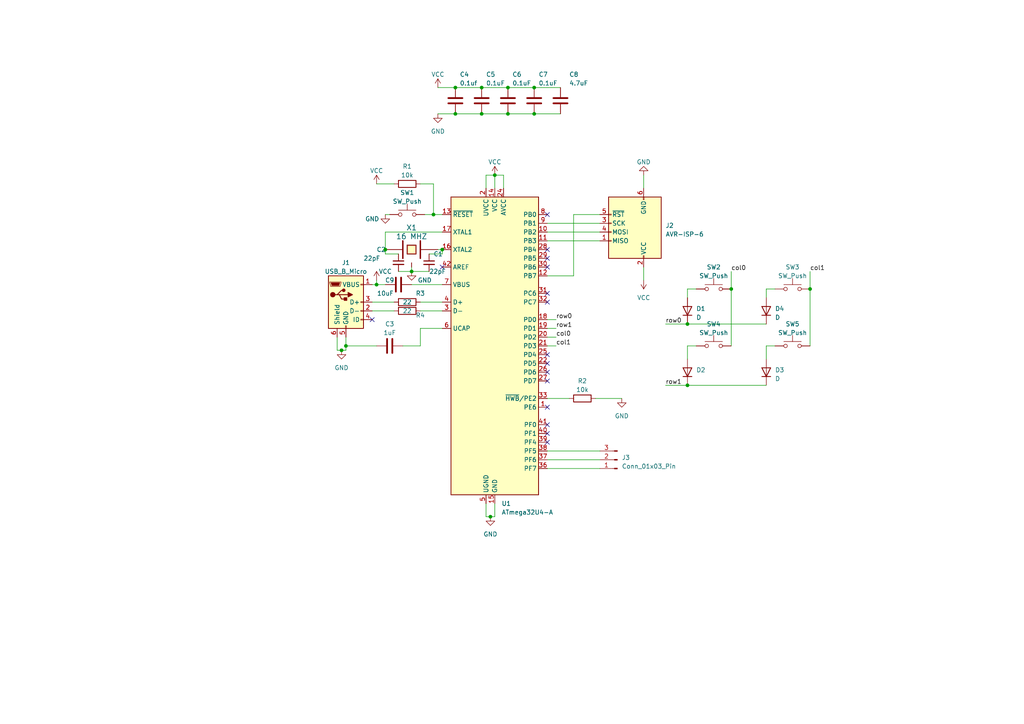
<source format=kicad_sch>
(kicad_sch (version 20230121) (generator eeschema)
  (paper "A4")
  (lib_symbols
    (symbol "Connector:AVR-ISP-6" (pin_names (offset 1.016))
      (property "Reference" "J" (at -6.35 11.43 0))
      (property "Value" "AVR-ISP-6" (at 0 11.43 0))
      (symbol "AVR-ISP-6_0_1"
        (rectangle (start -2.667 -6.858) (end -2.413 -7.62))
        (rectangle (start -2.667 10.16) (end -2.413 9.398))
        (rectangle (start 7.62 -2.413) (end 6.858 -2.667))
        (rectangle (start 7.62 0.127) (end 6.858 -0.127))
        (rectangle (start 7.62 2.667) (end 6.858 2.413))
        (rectangle (start 7.62 5.207) (end 6.858 4.953))
        (rectangle (start 7.62 10.16) (end -7.62 -7.62) (stroke (width 0.254)) (fill (type background)))
      )
      (symbol "AVR-ISP-6_1_1"
        (pin passive line (at 10.16 5.08 180) (length 2.54) (name "MISO") (number "1"))
        (pin passive line (at -2.54 12.7 270) (length 2.54) (name "VCC") (number "2"))
        (pin passive line (at 10.16 0 180) (length 2.54) (name "SCK") (number "3"))
        (pin passive line (at 10.16 2.54 180) (length 2.54) (name "MOSI") (number "4"))
        (pin passive line (at 10.16 -2.54 180) (length 2.54) (name "~{RST}") (number "5"))
        (pin passive line (at -2.54 -10.16 90) (length 2.54) (name "GND") (number "6"))
      )
    )
    (symbol "Connector:Conn_01x03_Pin" (pin_names (offset 1.016) hide)
      (property "Reference" "J" (at 0 5.08 0))
      (property "Value" "Conn_01x03_Pin" (at 0 -5.08 0))
      (symbol "Conn_01x03_Pin_1_1"
        (polyline (pts (xy 1.27 -2.54) (xy 0.8636 -2.54)) (stroke (width 0.1524)))
        (polyline (pts (xy 1.27 0) (xy 0.8636 0)) (stroke (width 0.1524)))
        (polyline (pts (xy 1.27 2.54) (xy 0.8636 2.54)) (stroke (width 0.1524)))
        (rectangle (start 0.8636 -2.413) (end 0 -2.667) (stroke (width 0.1524)) (fill (type outline)))
        (rectangle (start 0.8636 0.127) (end 0 -0.127) (stroke (width 0.1524)) (fill (type outline)))
        (rectangle (start 0.8636 2.667) (end 0 2.413) (stroke (width 0.1524)) (fill (type outline)))
        (pin passive line (at 5.08 2.54 180) (length 3.81) (name "Pin_1") (number "1"))
        (pin passive line (at 5.08 0 180) (length 3.81) (name "Pin_2") (number "2"))
        (pin passive line (at 5.08 -2.54 180) (length 3.81) (name "Pin_3") (number "3"))
      )
    )
    (symbol "Connector:USB_B_Micro" (pin_names (offset 1.016))
      (property "Reference" "J" (at -5.08 11.43 0))
      (property "Value" "USB_B_Micro" (at -5.08 8.89 0))
      (symbol "USB_B_Micro_0_1"
        (rectangle (start -5.08 -7.62) (end 5.08 7.62) (stroke (width 0.254)) (fill (type background)))
        (circle (center -3.81 2.159) (radius 0.635) (stroke (width 0.254)) (fill (type outline)))
        (circle (center -0.635 3.429) (radius 0.381) (stroke (width 0.254)) (fill (type outline)))
        (rectangle (start -0.127 -7.62) (end 0.127 -6.858))
        (polyline (pts (xy -1.905 2.159) (xy 0.635 2.159)) (stroke (width 0.254)))
        (polyline (pts (xy -3.175 2.159) (xy -2.54 2.159) (xy -1.27 3.429) (xy -0.635 3.429)) (stroke (width 0.254)))
        (polyline (pts (xy -2.54 2.159) (xy -1.905 2.159) (xy -1.27 0.889) (xy 0 0.889)) (stroke (width 0.254)))
        (polyline (pts (xy 0.635 2.794) (xy 0.635 1.524) (xy 1.905 2.159) (xy 0.635 2.794)) (stroke (width 0.254)) (fill (type outline)))
        (polyline (pts (xy -4.318 5.588) (xy -1.778 5.588) (xy -2.032 4.826) (xy -4.064 4.826) (xy -4.318 5.588)) (fill (type outline)))
        (polyline (pts (xy -4.699 5.842) (xy -4.699 5.588) (xy -4.445 4.826) (xy -4.445 4.572) (xy -1.651 4.572) (xy -1.651 4.826) (xy -1.397 5.588) (xy -1.397 5.842) (xy -4.699 5.842)))
        (rectangle (start 0.254 1.27) (end -0.508 0.508) (stroke (width 0.254)) (fill (type outline)))
        (rectangle (start 5.08 -5.207) (end 4.318 -4.953))
        (rectangle (start 5.08 -2.667) (end 4.318 -2.413))
        (rectangle (start 5.08 -0.127) (end 4.318 0.127))
        (rectangle (start 5.08 4.953) (end 4.318 5.207))
      )
      (symbol "USB_B_Micro_1_1"
        (pin power_out line (at 7.62 5.08 180) (length 2.54) (name "VBUS") (number "1"))
        (pin bidirectional line (at 7.62 -2.54 180) (length 2.54) (name "D-") (number "2"))
        (pin bidirectional line (at 7.62 0 180) (length 2.54) (name "D+") (number "3"))
        (pin passive line (at 7.62 -5.08 180) (length 2.54) (name "ID") (number "4"))
        (pin power_out line (at 0 -10.16 90) (length 2.54) (name "GND") (number "5"))
        (pin passive line (at -2.54 -10.16 90) (length 2.54) (name "Shield") (number "6"))
      )
    )
    (symbol "Device:C" (pin_numbers hide) (pin_names (offset 0.254))
      (property "Reference" "C" (at 0.635 2.54 0))
      (property "Value" "C" (at 0.635 -2.54 0))
      (symbol "C_0_1"
        (polyline (pts (xy -2.032 -0.762) (xy 2.032 -0.762)) (stroke (width 0.508)))
        (polyline (pts (xy -2.032 0.762) (xy 2.032 0.762)) (stroke (width 0.508)))
      )
      (symbol "C_1_1"
        (pin passive line (at 0 3.81 270) (length 2.794) (name "~") (number "1"))
        (pin passive line (at 0 -3.81 90) (length 2.794) (name "~") (number "2"))
      )
    )
    (symbol "Device:C_Small" (pin_numbers hide) (pin_names (offset 0.254) hide)
      (property "Reference" "C" (at 0.254 1.778 0))
      (property "Value" "C_Small" (at 0.254 -2.032 0))
      (symbol "C_Small_0_1"
        (polyline (pts (xy -1.524 -0.508) (xy 1.524 -0.508)) (stroke (width 0.3302)))
        (polyline (pts (xy -1.524 0.508) (xy 1.524 0.508)) (stroke (width 0.3048)))
      )
      (symbol "C_Small_1_1"
        (pin passive line (at 0 2.54 270) (length 2.032) (name "~") (number "1"))
        (pin passive line (at 0 -2.54 90) (length 2.032) (name "~") (number "2"))
      )
    )
    (symbol "Device:D" (pin_numbers hide) (pin_names (offset 1.016) hide)
      (property "Reference" "D" (at 0 2.54 0))
      (property "Value" "D" (at 0 -2.54 0))
      (symbol "D_0_1"
        (polyline (pts (xy -1.27 1.27) (xy -1.27 -1.27)) (stroke (width 0.254)))
        (polyline (pts (xy 1.27 0) (xy -1.27 0)))
        (polyline (pts (xy 1.27 1.27) (xy 1.27 -1.27) (xy -1.27 0) (xy 1.27 1.27)) (stroke (width 0.254)))
      )
      (symbol "D_1_1"
        (pin passive line (at -3.81 0 0) (length 2.54) (name "K") (number "1"))
        (pin passive line (at 3.81 0 180) (length 2.54) (name "A") (number "2"))
      )
    )
    (symbol "Device:R" (pin_numbers hide) (pin_names (offset 0))
      (property "Reference" "R" (at 2.032 0 90))
      (property "Value" "R" (at 0 0 90))
      (symbol "R_0_1"
        (rectangle (start -1.016 -2.54) (end 1.016 2.54) (stroke (width 0.254)))
      )
      (symbol "R_1_1"
        (pin passive line (at 0 3.81 270) (length 1.27) (name "~") (number "1"))
        (pin passive line (at 0 -3.81 90) (length 1.27) (name "~") (number "2"))
      )
    )
    (symbol "MCU_Microchip_ATmega:ATmega32U4-A"
      (property "Reference" "U" (at -12.7 44.45 0))
      (property "Value" "ATmega32U4-A" (at 2.54 -44.45 0))
      (symbol "ATmega32U4-A_0_1"
        (rectangle (start -12.7 -43.18) (end 12.7 43.18) (stroke (width 0.254)) (fill (type background)))
      )
      (symbol "ATmega32U4-A_1_1"
        (pin bidirectional line (at 15.24 -17.78 180) (length 2.54) (name "PE6") (number "1"))
        (pin bidirectional line (at 15.24 33.02 180) (length 2.54) (name "PB2") (number "10"))
        (pin bidirectional line (at 15.24 30.48 180) (length 2.54) (name "PB3") (number "11"))
        (pin bidirectional line (at 15.24 20.32 180) (length 2.54) (name "PB7") (number "12"))
        (pin input line (at -15.24 38.1 0) (length 2.54) (name "~{RESET}") (number "13"))
        (pin power_in line (at 0 45.72 270) (length 2.54) (name "VCC") (number "14"))
        (pin power_in line (at 0 -45.72 90) (length 2.54) (name "GND") (number "15"))
        (pin output line (at -15.24 27.94 0) (length 2.54) (name "XTAL2") (number "16"))
        (pin input line (at -15.24 33.02 0) (length 2.54) (name "XTAL1") (number "17"))
        (pin bidirectional line (at 15.24 7.62 180) (length 2.54) (name "PD0") (number "18"))
        (pin bidirectional line (at 15.24 5.08 180) (length 2.54) (name "PD1") (number "19"))
        (pin power_in line (at -2.54 45.72 270) (length 2.54) (name "UVCC") (number "2"))
        (pin bidirectional line (at 15.24 2.54 180) (length 2.54) (name "PD2") (number "20"))
        (pin bidirectional line (at 15.24 0 180) (length 2.54) (name "PD3") (number "21"))
        (pin bidirectional line (at 15.24 -5.08 180) (length 2.54) (name "PD5") (number "22"))
        (pin passive line (at 0 -45.72 90) (length 2.54) hide (name "GND") (number "23"))
        (pin power_in line (at 2.54 45.72 270) (length 2.54) (name "AVCC") (number "24"))
        (pin bidirectional line (at 15.24 -2.54 180) (length 2.54) (name "PD4") (number "25"))
        (pin bidirectional line (at 15.24 -7.62 180) (length 2.54) (name "PD6") (number "26"))
        (pin bidirectional line (at 15.24 -10.16 180) (length 2.54) (name "PD7") (number "27"))
        (pin bidirectional line (at 15.24 27.94 180) (length 2.54) (name "PB4") (number "28"))
        (pin bidirectional line (at 15.24 25.4 180) (length 2.54) (name "PB5") (number "29"))
        (pin bidirectional line (at -15.24 10.16 0) (length 2.54) (name "D-") (number "3"))
        (pin bidirectional line (at 15.24 22.86 180) (length 2.54) (name "PB6") (number "30"))
        (pin bidirectional line (at 15.24 15.24 180) (length 2.54) (name "PC6") (number "31"))
        (pin bidirectional line (at 15.24 12.7 180) (length 2.54) (name "PC7") (number "32"))
        (pin bidirectional line (at 15.24 -15.24 180) (length 2.54) (name "~{HWB}/PE2") (number "33"))
        (pin passive line (at 0 45.72 270) (length 2.54) hide (name "VCC") (number "34"))
        (pin passive line (at 0 -45.72 90) (length 2.54) hide (name "GND") (number "35"))
        (pin bidirectional line (at 15.24 -35.56 180) (length 2.54) (name "PF7") (number "36"))
        (pin bidirectional line (at 15.24 -33.02 180) (length 2.54) (name "PF6") (number "37"))
        (pin bidirectional line (at 15.24 -30.48 180) (length 2.54) (name "PF5") (number "38"))
        (pin bidirectional line (at 15.24 -27.94 180) (length 2.54) (name "PF4") (number "39"))
        (pin bidirectional line (at -15.24 12.7 0) (length 2.54) (name "D+") (number "4"))
        (pin bidirectional line (at 15.24 -25.4 180) (length 2.54) (name "PF1") (number "40"))
        (pin bidirectional line (at 15.24 -22.86 180) (length 2.54) (name "PF0") (number "41"))
        (pin passive line (at -15.24 22.86 0) (length 2.54) (name "AREF") (number "42"))
        (pin passive line (at 0 -45.72 90) (length 2.54) hide (name "GND") (number "43"))
        (pin passive line (at 2.54 45.72 270) (length 2.54) hide (name "AVCC") (number "44"))
        (pin passive line (at -2.54 -45.72 90) (length 2.54) (name "UGND") (number "5"))
        (pin passive line (at -15.24 5.08 0) (length 2.54) (name "UCAP") (number "6"))
        (pin input line (at -15.24 17.78 0) (length 2.54) (name "VBUS") (number "7"))
        (pin bidirectional line (at 15.24 38.1 180) (length 2.54) (name "PB0") (number "8"))
        (pin bidirectional line (at 15.24 35.56 180) (length 2.54) (name "PB1") (number "9"))
      )
    )
    (symbol "Switch:SW_Push" (pin_numbers hide) (pin_names (offset 1.016) hide)
      (property "Reference" "SW" (at 1.27 2.54 0))
      (property "Value" "SW_Push" (at 0 -1.524 0))
      (symbol "SW_Push_0_1"
        (circle (center -2.032 0) (radius 0.508))
        (polyline (pts (xy 0 1.27) (xy 0 3.048)))
        (polyline (pts (xy 2.54 1.27) (xy -2.54 1.27)))
        (circle (center 2.032 0) (radius 0.508))
        (pin passive line (at -5.08 0 0) (length 2.54) (name "1") (number "1"))
        (pin passive line (at 5.08 0 180) (length 2.54) (name "2") (number "2"))
      )
    )
    (symbol "keyboard_parts:XTAL_GND" (pin_numbers hide) (pin_names (offset 1.016) hide)
      (property "Reference" "X" (at 0 3.81 0))
      (property "Value" "XTAL_GND" (at 0 -3.81 0))
      (symbol "XTAL_GND_0_1"
        (polyline (pts (xy -2.54 2.54) (xy -2.54 -2.54)) (stroke (width 0.4064)))
        (polyline (pts (xy 2.54 2.54) (xy 2.54 -2.54)) (stroke (width 0.4064)))
        (polyline (pts (xy -1.27 1.27) (xy 1.27 1.27) (xy 1.27 -1.27) (xy -1.27 -1.27) (xy -1.27 1.27)) (stroke (width 0.3048)) (fill (type background)))
      )
      (symbol "XTAL_GND_1_1"
        (pin passive line (at -7.62 0 0) (length 5.08) (name "1") (number "1"))
        (pin passive line (at 7.62 0 180) (length 5.08) (name "2") (number "2"))
        (pin passive line (at 0 -5.08 90) (length 1.27) (name "~") (number "3"))
      )
    )
    (symbol "power:GND" (power) (pin_names (offset 0))
      (property "Value" "GND" (at 0 -3.81 0))
      (symbol "GND_0_1"
        (polyline (pts (xy 0 0) (xy 0 -1.27) (xy 1.27 -1.27) (xy 0 -2.54) (xy -1.27 -1.27) (xy 0 -1.27)))
      )
      (symbol "GND_1_1"
        (pin power_in line (at 0 0 270) (length 0) hide (name "GND") (number "1"))
      )
    )
    (symbol "power:VCC" (power) (pin_names (offset 0))
      (property "Value" "VCC" (at 0 3.81 0))
      (symbol "VCC_0_1"
        (polyline (pts (xy -0.762 1.27) (xy 0 2.54)))
        (polyline (pts (xy 0 0) (xy 0 2.54)))
        (polyline (pts (xy 0 2.54) (xy 0.762 1.27)))
      )
      (symbol "VCC_1_1"
        (pin power_in line (at 0 0 90) (length 0) hide (name "VCC") (number "1"))
      )
    )
  )
  (junction (at 109.22 82.55))
  (junction (at 199.39 111.76))
  (junction (at 212.09 83.82))
  (junction (at 147.32 25.4))
  (junction (at 119.38 78.74))
  (junction (at 132.08 33.02))
  (junction (at 234.95 83.82))
  (junction (at 139.7 25.4))
  (junction (at 132.08 25.4))
  (junction (at 147.32 33.02))
  (junction (at 100.33 100.33))
  (junction (at 154.94 25.4))
  (junction (at 128.27 72.39))
  (junction (at 143.51 50.8))
  (junction (at 199.39 93.98))
  (junction (at 99.06 101.6))
  (junction (at 154.94 33.02))
  (junction (at 139.7 33.02))
  (junction (at 142.24 149.86))
  (junction (at 111.76 72.39))
  (junction (at 125.73 62.23))
  (no_connect (at 158.75 87.63))
  (no_connect (at 158.75 118.11))
  (no_connect (at 158.75 125.73))
  (no_connect (at 158.75 105.41))
  (no_connect (at 158.75 102.87))
  (no_connect (at 158.75 110.49))
  (no_connect (at 158.75 72.39))
  (no_connect (at 158.75 77.47))
  (no_connect (at 158.75 62.23))
  (no_connect (at 158.75 85.09))
  (no_connect (at 158.75 123.19))
  (no_connect (at 158.75 128.27))
  (no_connect (at 158.75 107.95))
  (no_connect (at 128.27 77.47))
  (no_connect (at 158.75 74.93))
  (no_connect (at 107.95 92.71))
  (wire (pts (xy 147.32 33.02) (xy 154.94 33.02)))
  (wire (pts (xy 172.72 115.57) (xy 180.34 115.57)))
  (wire (pts (xy 111.76 62.23) (xy 113.03 62.23)))
  (wire (pts (xy 161.29 100.33) (xy 158.75 100.33)))
  (wire (pts (xy 140.97 50.8) (xy 140.97 54.61)))
  (wire (pts (xy 132.08 33.02) (xy 139.7 33.02)))
  (wire (pts (xy 100.33 100.33) (xy 100.33 97.79)))
  (wire (pts (xy 143.51 50.8) (xy 143.51 54.61)))
  (wire (pts (xy 116.84 100.33) (xy 121.92 100.33)))
  (wire (pts (xy 97.79 101.6) (xy 97.79 97.79)))
  (wire (pts (xy 186.69 50.8) (xy 186.69 54.61)))
  (wire (pts (xy 143.51 50.8) (xy 140.97 50.8)))
  (wire (pts (xy 158.75 67.31) (xy 173.99 67.31)))
  (wire (pts (xy 199.39 100.33) (xy 199.39 104.14)))
  (wire (pts (xy 121.92 95.25) (xy 128.27 95.25)))
  (wire (pts (xy 107.95 90.17) (xy 114.3 90.17)))
  (wire (pts (xy 140.97 149.86) (xy 140.97 146.05)))
  (wire (pts (xy 154.94 25.4) (xy 162.56 25.4)))
  (wire (pts (xy 166.37 62.23) (xy 166.37 80.01)))
  (wire (pts (xy 186.69 77.47) (xy 186.69 81.28)))
  (wire (pts (xy 109.22 82.55) (xy 111.76 82.55)))
  (wire (pts (xy 100.33 101.6) (xy 100.33 100.33)))
  (wire (pts (xy 193.04 93.98) (xy 199.39 93.98)))
  (wire (pts (xy 158.75 135.89) (xy 173.99 135.89)))
  (wire (pts (xy 121.92 87.63) (xy 128.27 87.63)))
  (wire (pts (xy 222.25 100.33) (xy 222.25 104.14)))
  (wire (pts (xy 111.76 67.31) (xy 128.27 67.31)))
  (wire (pts (xy 201.93 100.33) (xy 199.39 100.33)))
  (wire (pts (xy 199.39 93.98) (xy 222.25 93.98)))
  (wire (pts (xy 99.06 101.6) (xy 100.33 101.6)))
  (wire (pts (xy 193.04 111.76) (xy 199.39 111.76)))
  (wire (pts (xy 158.75 69.85) (xy 173.99 69.85)))
  (wire (pts (xy 142.24 149.86) (xy 140.97 149.86)))
  (wire (pts (xy 127 72.39) (xy 128.27 72.39)))
  (wire (pts (xy 222.25 83.82) (xy 222.25 86.36)))
  (wire (pts (xy 224.79 83.82) (xy 222.25 83.82)))
  (wire (pts (xy 161.29 92.71) (xy 158.75 92.71)))
  (wire (pts (xy 161.29 97.79) (xy 158.75 97.79)))
  (wire (pts (xy 147.32 25.4) (xy 154.94 25.4)))
  (wire (pts (xy 119.38 78.74) (xy 124.46 78.74)))
  (wire (pts (xy 199.39 83.82) (xy 199.39 86.36)))
  (wire (pts (xy 139.7 25.4) (xy 147.32 25.4)))
  (wire (pts (xy 158.75 130.81) (xy 173.99 130.81)))
  (wire (pts (xy 143.51 50.8) (xy 146.05 50.8)))
  (wire (pts (xy 121.92 100.33) (xy 121.92 95.25)))
  (wire (pts (xy 125.73 53.34) (xy 125.73 62.23)))
  (wire (pts (xy 123.19 62.23) (xy 125.73 62.23)))
  (wire (pts (xy 109.22 81.28) (xy 109.22 82.55)))
  (wire (pts (xy 139.7 33.02) (xy 147.32 33.02)))
  (wire (pts (xy 166.37 80.01) (xy 158.75 80.01)))
  (wire (pts (xy 158.75 64.77) (xy 173.99 64.77)))
  (wire (pts (xy 111.76 73.66) (xy 111.76 72.39)))
  (wire (pts (xy 132.08 25.4) (xy 139.7 25.4)))
  (wire (pts (xy 109.22 53.34) (xy 114.3 53.34)))
  (wire (pts (xy 212.09 83.82) (xy 212.09 100.33)))
  (wire (pts (xy 125.73 62.23) (xy 128.27 62.23)))
  (wire (pts (xy 143.51 149.86) (xy 143.51 146.05)))
  (wire (pts (xy 107.95 87.63) (xy 114.3 87.63)))
  (wire (pts (xy 127 25.4) (xy 132.08 25.4)))
  (wire (pts (xy 142.24 149.86) (xy 143.51 149.86)))
  (wire (pts (xy 107.95 82.55) (xy 109.22 82.55)))
  (wire (pts (xy 119.38 82.55) (xy 128.27 82.55)))
  (wire (pts (xy 100.33 100.33) (xy 109.22 100.33)))
  (wire (pts (xy 154.94 33.02) (xy 162.56 33.02)))
  (wire (pts (xy 99.06 101.6) (xy 97.79 101.6)))
  (wire (pts (xy 234.95 78.74) (xy 234.95 83.82)))
  (wire (pts (xy 173.99 62.23) (xy 166.37 62.23)))
  (wire (pts (xy 161.29 95.25) (xy 158.75 95.25)))
  (wire (pts (xy 212.09 78.74) (xy 212.09 83.82)))
  (wire (pts (xy 124.46 73.66) (xy 128.27 73.66)))
  (wire (pts (xy 201.93 83.82) (xy 199.39 83.82)))
  (wire (pts (xy 158.75 115.57) (xy 165.1 115.57)))
  (wire (pts (xy 146.05 50.8) (xy 146.05 54.61)))
  (wire (pts (xy 222.25 100.33) (xy 224.79 100.33)))
  (wire (pts (xy 121.92 90.17) (xy 128.27 90.17)))
  (wire (pts (xy 121.92 53.34) (xy 125.73 53.34)))
  (wire (pts (xy 127 33.02) (xy 132.08 33.02)))
  (wire (pts (xy 115.57 78.74) (xy 119.38 78.74)))
  (wire (pts (xy 199.39 111.76) (xy 222.25 111.76)))
  (wire (pts (xy 158.75 133.35) (xy 173.99 133.35)))
  (wire (pts (xy 128.27 73.66) (xy 128.27 72.39)))
  (wire (pts (xy 119.38 77.47) (xy 119.38 78.74)))
  (wire (pts (xy 234.95 83.82) (xy 234.95 100.33)))
  (wire (pts (xy 115.57 73.66) (xy 111.76 73.66)))
  (wire (pts (xy 111.76 72.39) (xy 111.76 67.31)))
  (label "col1" (at 161.29 100.33 0))
  (label "col0" (at 161.29 97.79 0))
  (label "row1" (at 161.29 95.25 0))
  (label "col0" (at 212.09 78.74 0))
  (label "row0" (at 161.29 92.71 0))
  (label "row1" (at 193.04 111.76 0))
  (label "col1" (at 234.95 78.74 0))
  (label "row0" (at 193.04 93.98 0))
  (symbol (lib_id "power:GND") (at 119.38 78.74 0) (unit 1)
    (property "Reference" "#PWR04" (effects hide))
    (property "Value" "GND" (at 123.19 81.28 0))
  )
  (symbol (lib_id "power:GND") (at 99.06 101.6 0) (unit 1)
    (property "Reference" "#PWR05" (effects hide))
    (property "Value" "GND" (at 99.06 106.68 0))
  )
  (symbol (lib_id "power:VCC") (at 109.22 81.28 0) (unit 1)
    (property "Reference" "#PWR06" (effects hide))
    (property "Value" "VCC" (at 111.76 78.74 0))
  )
  (symbol (lib_id "Device:C") (at 154.94 29.21 0) (unit 1)
    (property "Reference" "C7" (at 156.21 21.59 0) (effects (justify left)))
    (property "Value" "0.1uF" (at 156.21 24.13 0) (effects (justify left)))
    (property "Footprint" "Capacitor_SMD:C_0805_2012Metric_Pad1.18x1.45mm_HandSolder" (effects hide))
  )
  (symbol (lib_id "power:VCC") (at 127 25.4 0) (unit 1)
    (property "Reference" "#PWR010" (effects hide))
    (property "Value" "VCC" (at 127 21.59 0))
  )
  (symbol (lib_id "power:GND") (at 186.69 50.8 180) (unit 1)
    (property "Reference" "#PWR012" (effects hide))
    (property "Value" "GND" (at 186.69 46.99 0))
  )
  (symbol (lib_id "Device:C_Small") (at 124.46 76.2 0) (unit 1)
    (property "Reference" "C1" (at 125.73 73.66 0) (effects (justify left)))
    (property "Value" "22pF" (at 124.46 78.74 0) (effects (justify left)))
    (property "Footprint" "Capacitor_SMD:C_0805_2012Metric_Pad1.18x1.45mm_HandSolder" (effects hide))
  )
  (symbol (lib_id "Device:C") (at 132.08 29.21 0) (unit 1)
    (property "Reference" "C4" (at 133.35 21.59 0) (effects (justify left)))
    (property "Value" "0.1uf" (at 133.35 24.13 0) (effects (justify left)))
    (property "Footprint" "Capacitor_SMD:C_0805_2012Metric_Pad1.18x1.45mm_HandSolder" (effects hide))
  )
  (symbol (lib_id "Device:C_Small") (at 115.57 76.2 0) (unit 1)
    (property "Reference" "C2" (at 109.22 72.39 0) (effects (justify left)))
    (property "Value" "22pF" (at 105.41 74.93 0) (effects (justify left)))
    (property "Footprint" "Capacitor_SMD:C_0805_2012Metric_Pad1.18x1.45mm_HandSolder" (effects hide))
  )
  (symbol (lib_id "Device:D") (at 199.39 107.95 90) (unit 1)
    (property "Reference" "D2" (at 201.93 107.315 90) (effects (justify right)))
    (property "Value" "D" (effects hide))
    (property "Footprint" "keyboard_parts:D_SOD123_axial" (effects hide))
    (property "Sim.Device" "D" (effects hide))
    (property "Sim.Pins" "1=K 2=A" (effects hide))
  )
  (symbol (lib_id "Switch:SW_Push") (at 118.11 62.23 0) (unit 1)
    (property "Reference" "SW1" (at 118.11 55.88 0))
    (property "Value" "SW_Push" (at 118.11 58.42 0))
    (property "Footprint" "Button_Switch_SMD:SW_SPST_TL3342" (effects hide))
  )
  (symbol (lib_id "Device:R") (at 168.91 115.57 90) (unit 1)
    (property "Reference" "R2" (at 168.91 110.49 90))
    (property "Value" "10k" (at 168.91 113.03 90))
    (property "Footprint" "Resistor_SMD:R_0805_2012Metric_Pad1.20x1.40mm_HandSolder" (effects hide))
  )
  (symbol (lib_id "power:VCC") (at 109.22 53.34 0) (unit 1)
    (property "Reference" "#PWR02" (effects hide))
    (property "Value" "VCC" (at 109.22 49.53 0))
  )
  (symbol (lib_id "Device:C") (at 139.7 29.21 0) (unit 1)
    (property "Reference" "C5" (at 140.97 21.59 0) (effects (justify left)))
    (property "Value" "0.1uF" (at 140.97 24.13 0) (effects (justify left)))
    (property "Footprint" "Capacitor_SMD:C_0805_2012Metric_Pad1.18x1.45mm_HandSolder" (effects hide))
  )
  (symbol (lib_id "Switch:SW_Push") (at 207.01 83.82 0) (unit 1)
    (property "Reference" "SW2" (at 207.01 77.47 0))
    (property "Value" "SW_Push" (at 207.01 80.01 0))
    (property "Footprint" "Button_Switch_Keyboard:SW_Cherry_MX_1.00u_PCB" (effects hide))
  )
  (symbol (lib_id "Device:D") (at 222.25 107.95 90) (unit 1)
    (property "Reference" "D3" (at 224.79 107.315 90) (effects (justify right)))
    (property "Value" "D" (at 224.79 109.855 90) (effects (justify right)))
    (property "Footprint" "keyboard_parts:D_SOD123_axial" (effects hide))
    (property "Sim.Device" "D" (effects hide))
    (property "Sim.Pins" "1=K 2=A" (effects hide))
  )
  (symbol (lib_id "Connector:Conn_01x03_Pin") (at 179.07 133.35 180) (unit 1)
    (property "Reference" "J3" (at 180.34 132.715 0) (effects (justify right)))
    (property "Value" "Conn_01x03_Pin" (at 180.34 135.255 0) (effects (justify right)))
    (property "Footprint" "Connector_PinHeader_1.00mm:PinHeader_1x03_P1.00mm_Vertical_SMD_Pin1Right" (effects hide))
  )
  (symbol (lib_id "Device:D") (at 199.39 90.17 90) (unit 1)
    (property "Reference" "D1" (at 201.93 89.535 90) (effects (justify right)))
    (property "Value" "D" (at 201.93 92.075 90) (effects (justify right)))
    (property "Footprint" "keyboard_parts:D_SOD123_axial" (effects hide))
    (property "Sim.Device" "D" (effects hide))
    (property "Sim.Pins" "1=K 2=A" (effects hide))
  )
  (symbol (lib_id "Device:C") (at 113.03 100.33 90) (unit 1)
    (property "Reference" "C3" (at 113.03 93.98 90))
    (property "Value" "1uF" (at 113.03 96.52 90))
    (property "Footprint" "Capacitor_SMD:C_0805_2012Metric_Pad1.18x1.45mm_HandSolder" (effects hide))
  )
  (symbol (lib_id "Device:C") (at 115.57 82.55 90) (unit 1)
    (property "Reference" "C9" (at 113.03 81.28 90))
    (property "Value" "10uF" (at 111.76 85.09 90))
    (property "Footprint" "Capacitor_SMD:C_0805_2012Metric_Pad1.18x1.45mm_HandSolder" (effects hide))
  )
  (symbol (lib_id "Switch:SW_Push") (at 229.87 83.82 0) (unit 1)
    (property "Reference" "SW3" (at 229.87 77.47 0))
    (property "Value" "SW_Push" (at 229.87 80.01 0))
    (property "Footprint" "Button_Switch_Keyboard:SW_Cherry_MX_1.00u_PCB" (effects hide))
  )
  (symbol (lib_id "Switch:SW_Push") (at 207.01 100.33 0) (unit 1)
    (property "Reference" "SW4" (at 207.01 93.98 0))
    (property "Value" "SW_Push" (at 207.01 96.52 0))
    (property "Footprint" "Button_Switch_Keyboard:SW_Cherry_MX_1.00u_PCB" (effects hide))
  )
  (symbol (lib_id "Device:R") (at 118.11 53.34 90) (unit 1)
    (property "Reference" "R1" (at 118.11 48.26 90))
    (property "Value" "10k" (at 118.11 50.8 90))
    (property "Footprint" "Resistor_SMD:R_0805_2012Metric_Pad1.20x1.40mm_HandSolder" (effects hide))
  )
  (symbol (lib_id "Connector:USB_B_Micro") (at 100.33 87.63 0) (unit 1)
    (property "Reference" "J1" (at 100.33 76.2 0))
    (property "Value" "USB_B_Micro" (at 100.33 78.74 0))
    (property "Footprint" "keyboard_parts:USB_miniB_hirose_5S8" (effects hide))
  )
  (symbol (lib_id "Device:R") (at 118.11 87.63 90) (unit 1)
    (property "Reference" "R3" (at 121.92 85.09 90))
    (property "Value" "22" (at 118.11 87.63 90))
    (property "Footprint" "Resistor_SMD:R_0805_2012Metric_Pad1.20x1.40mm_HandSolder" (effects hide))
  )
  (symbol (lib_id "power:GND") (at 142.24 149.86 0) (unit 1)
    (property "Reference" "#PWR08" (effects hide))
    (property "Value" "GND" (at 142.24 154.94 0))
  )
  (symbol (lib_id "keyboard_parts:XTAL_GND") (at 119.38 72.39 0) (unit 1)
    (property "Reference" "X1" (at 119.38 66.04 0) (effects (font (size 1.524 1.524))))
    (property "Value" "16 MHZ" (at 119.38 68.58 0) (effects (font (size 1.524 1.524))))
    (property "Footprint" "user:crystal_FA238-TSX3225" (effects hide))
  )
  (symbol (lib_id "Connector:AVR-ISP-6") (at 184.15 64.77 180) (unit 1)
    (property "Reference" "J2" (at 193.04 65.405 0) (effects (justify right)))
    (property "Value" "AVR-ISP-6" (at 193.04 67.945 0) (effects (justify right)))
    (property "Footprint" "footprints:AVR-ISP-6" (effects hide))
    (property "Datasheet" " ~" (effects hide))
  )
  (symbol (lib_id "power:VCC") (at 143.51 50.8 0) (unit 1)
    (property "Reference" "#PWR07" (effects hide))
    (property "Value" "VCC" (at 143.51 46.99 0))
  )
  (symbol (lib_id "Switch:SW_Push") (at 229.87 100.33 0) (unit 1)
    (property "Reference" "SW5" (at 229.87 93.98 0))
    (property "Value" "SW_Push" (at 229.87 96.52 0))
    (property "Footprint" "Button_Switch_Keyboard:SW_Cherry_MX_1.00u_PCB" (effects hide))
  )
  (symbol (lib_id "MCU_Microchip_ATmega:ATmega32U4-A") (at 143.51 100.33 0) (unit 1)
    (property "Reference" "U1" (at 145.4659 146.05 0) (effects (justify left)))
    (property "Value" "ATmega32U4-A" (at 145.4659 148.59 0) (effects (justify left)))
    (property "Footprint" "Package_QFP:TQFP-44_10x10mm_P0.8mm" (effects hide))
    (property "Datasheet" "http://ww1.microchip.com/downloads/en/DeviceDoc/Atmel-7766-8-bit-AVR-ATmega16U4-32U4_Datasheet.pdf" (effects hide))
  )
  (symbol (lib_id "power:GND") (at 180.34 115.57 0) (unit 1)
    (property "Reference" "#PWR03" (effects hide))
    (property "Value" "GND" (at 180.34 120.65 0))
  )
  (symbol (lib_id "power:GND") (at 111.76 62.23 0) (unit 1)
    (property "Reference" "#PWR01" (effects hide))
    (property "Value" "GND" (at 107.95 63.5 0))
  )
  (symbol (lib_id "Device:D") (at 222.25 90.17 90) (unit 1)
    (property "Reference" "D4" (at 224.79 89.535 90) (effects (justify right)))
    (property "Value" "D" (at 224.79 92.075 90) (effects (justify right)))
    (property "Footprint" "keyboard_parts:D_SOD123_axial" (effects hide))
    (property "Sim.Device" "D" (effects hide))
    (property "Sim.Pins" "1=K 2=A" (effects hide))
  )
  (symbol (lib_id "Device:C") (at 147.32 29.21 0) (unit 1)
    (property "Reference" "C6" (at 148.59 21.59 0) (effects (justify left)))
    (property "Value" "0.1uF" (at 148.59 24.13 0) (effects (justify left)))
    (property "Footprint" "Capacitor_SMD:C_0805_2012Metric_Pad1.18x1.45mm_HandSolder" (effects hide))
  )
  (symbol (lib_id "Device:C") (at 162.56 29.21 0) (unit 1)
    (property "Reference" "C8" (at 165.1 21.59 0) (effects (justify left)))
    (property "Value" "4.7uF" (at 165.1 24.13 0) (effects (justify left)))
    (property "Footprint" "Capacitor_SMD:C_0805_2012Metric_Pad1.18x1.45mm_HandSolder" (effects hide))
  )
  (symbol (lib_id "power:VCC") (at 186.69 81.28 180) (unit 1)
    (property "Reference" "#PWR011" (effects hide))
    (property "Value" "VCC" (at 186.69 86.36 0))
  )
  (symbol (lib_id "power:GND") (at 127 33.02 0) (unit 1)
    (property "Reference" "#PWR09" (effects hide))
    (property "Value" "GND" (at 127 38.1 0))
  )
  (symbol (lib_id "Device:R") (at 118.11 90.17 90) (unit 1)
    (property "Reference" "R4" (at 121.92 91.44 90))
    (property "Value" "22" (at 118.11 90.17 90))
    (property "Footprint" "Resistor_SMD:R_0805_2012Metric_Pad1.20x1.40mm_HandSolder" (effects hide))
  )
)
</source>
